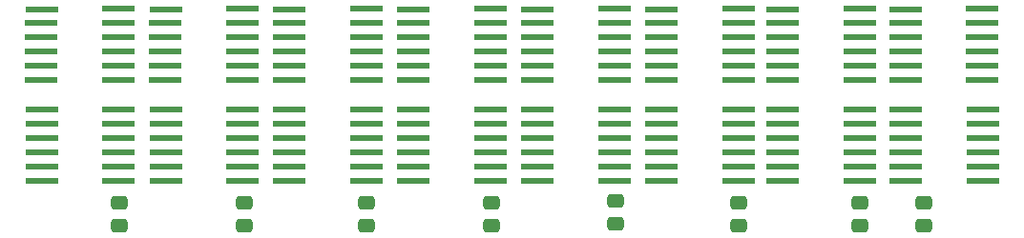
<source format=gbr>
%TF.GenerationSoftware,KiCad,Pcbnew,6.0.0+dfsg1-2*%
%TF.CreationDate,2022-02-11T22:47:22+03:00*%
%TF.ProjectId,simm3016_n,73696d6d-3330-4313-965f-6e2e6b696361,rev?*%
%TF.SameCoordinates,Original*%
%TF.FileFunction,Paste,Top*%
%TF.FilePolarity,Positive*%
%FSLAX46Y46*%
G04 Gerber Fmt 4.6, Leading zero omitted, Abs format (unit mm)*
G04 Created by KiCad (PCBNEW 6.0.0+dfsg1-2) date 2022-02-11 22:47:22*
%MOMM*%
%LPD*%
G01*
G04 APERTURE LIST*
G04 Aperture macros list*
%AMRoundRect*
0 Rectangle with rounded corners*
0 $1 Rounding radius*
0 $2 $3 $4 $5 $6 $7 $8 $9 X,Y pos of 4 corners*
0 Add a 4 corners polygon primitive as box body*
4,1,4,$2,$3,$4,$5,$6,$7,$8,$9,$2,$3,0*
0 Add four circle primitives for the rounded corners*
1,1,$1+$1,$2,$3*
1,1,$1+$1,$4,$5*
1,1,$1+$1,$6,$7*
1,1,$1+$1,$8,$9*
0 Add four rect primitives between the rounded corners*
20,1,$1+$1,$2,$3,$4,$5,0*
20,1,$1+$1,$4,$5,$6,$7,0*
20,1,$1+$1,$6,$7,$8,$9,0*
20,1,$1+$1,$8,$9,$2,$3,0*%
G04 Aperture macros list end*
%ADD10R,3.000000X0.600000*%
%ADD11RoundRect,0.250000X-0.475000X0.337500X-0.475000X-0.337500X0.475000X-0.337500X0.475000X0.337500X0*%
G04 APERTURE END LIST*
D10*
%TO.C,D8*%
X221830000Y-133120000D03*
X221830000Y-131850000D03*
X221830000Y-130580000D03*
X221830000Y-129310000D03*
X221830000Y-128040000D03*
X221830000Y-126770000D03*
X221800000Y-124200000D03*
X221800000Y-122930000D03*
X221800000Y-121660000D03*
X221800000Y-120390000D03*
X221800000Y-119120000D03*
X221800000Y-117850000D03*
X215000000Y-117900000D03*
X214970000Y-119120000D03*
X214970000Y-120390000D03*
X214970000Y-121660000D03*
X214970000Y-122930000D03*
X214970000Y-124200000D03*
X215000000Y-126800000D03*
X215000000Y-128070000D03*
X215000000Y-129340000D03*
X215000000Y-130610000D03*
X215000000Y-131880000D03*
X215000000Y-133150000D03*
%TD*%
%TO.C,D4*%
X178180000Y-133120000D03*
X178180000Y-131850000D03*
X178180000Y-130580000D03*
X178180000Y-129310000D03*
X178180000Y-128040000D03*
X178180000Y-126770000D03*
X178150000Y-124200000D03*
X178150000Y-122930000D03*
X178150000Y-121660000D03*
X178150000Y-120390000D03*
X178150000Y-119120000D03*
X178150000Y-117850000D03*
X171350000Y-117900000D03*
X171320000Y-119120000D03*
X171320000Y-120390000D03*
X171320000Y-121660000D03*
X171320000Y-122930000D03*
X171320000Y-124200000D03*
X171350000Y-126800000D03*
X171350000Y-128070000D03*
X171350000Y-129340000D03*
X171350000Y-130610000D03*
X171350000Y-131880000D03*
X171350000Y-133150000D03*
%TD*%
%TO.C,D5*%
X189180000Y-133120000D03*
X189180000Y-131850000D03*
X189180000Y-130580000D03*
X189180000Y-129310000D03*
X189180000Y-128040000D03*
X189180000Y-126770000D03*
X189150000Y-124200000D03*
X189150000Y-122930000D03*
X189150000Y-121660000D03*
X189150000Y-120390000D03*
X189150000Y-119120000D03*
X189150000Y-117850000D03*
X182350000Y-117900000D03*
X182320000Y-119120000D03*
X182320000Y-120390000D03*
X182320000Y-121660000D03*
X182320000Y-122930000D03*
X182320000Y-124200000D03*
X182350000Y-126800000D03*
X182350000Y-128070000D03*
X182350000Y-129340000D03*
X182350000Y-130610000D03*
X182350000Y-131880000D03*
X182350000Y-133150000D03*
%TD*%
%TO.C,D1*%
X145180000Y-133120000D03*
X145180000Y-131850000D03*
X145180000Y-130580000D03*
X145180000Y-129310000D03*
X145180000Y-128040000D03*
X145180000Y-126770000D03*
X145150000Y-124200000D03*
X145150000Y-122930000D03*
X145150000Y-121660000D03*
X145150000Y-120390000D03*
X145150000Y-119120000D03*
X145150000Y-117850000D03*
X138350000Y-117900000D03*
X138320000Y-119120000D03*
X138320000Y-120390000D03*
X138320000Y-121660000D03*
X138320000Y-122930000D03*
X138320000Y-124200000D03*
X138350000Y-126800000D03*
X138350000Y-128070000D03*
X138350000Y-129340000D03*
X138350000Y-130610000D03*
X138350000Y-131880000D03*
X138350000Y-133150000D03*
%TD*%
%TO.C,D6*%
X200180000Y-133120000D03*
X200180000Y-131850000D03*
X200180000Y-130580000D03*
X200180000Y-129310000D03*
X200180000Y-128040000D03*
X200180000Y-126770000D03*
X200150000Y-124200000D03*
X200150000Y-122930000D03*
X200150000Y-121660000D03*
X200150000Y-120390000D03*
X200150000Y-119120000D03*
X200150000Y-117850000D03*
X193350000Y-117900000D03*
X193320000Y-119120000D03*
X193320000Y-120390000D03*
X193320000Y-121660000D03*
X193320000Y-122930000D03*
X193320000Y-124200000D03*
X193350000Y-126800000D03*
X193350000Y-128070000D03*
X193350000Y-129340000D03*
X193350000Y-130610000D03*
X193350000Y-131880000D03*
X193350000Y-133150000D03*
%TD*%
%TO.C,D2*%
X156180000Y-133120000D03*
X156180000Y-131850000D03*
X156180000Y-130580000D03*
X156180000Y-129310000D03*
X156180000Y-128040000D03*
X156180000Y-126770000D03*
X156150000Y-124200000D03*
X156150000Y-122930000D03*
X156150000Y-121660000D03*
X156150000Y-120390000D03*
X156150000Y-119120000D03*
X156150000Y-117850000D03*
X149350000Y-117900000D03*
X149320000Y-119120000D03*
X149320000Y-120390000D03*
X149320000Y-121660000D03*
X149320000Y-122930000D03*
X149320000Y-124200000D03*
X149350000Y-126800000D03*
X149350000Y-128070000D03*
X149350000Y-129340000D03*
X149350000Y-130610000D03*
X149350000Y-131880000D03*
X149350000Y-133150000D03*
%TD*%
%TO.C,D3*%
X167180000Y-133120000D03*
X167180000Y-131850000D03*
X167180000Y-130580000D03*
X167180000Y-129310000D03*
X167180000Y-128040000D03*
X167180000Y-126770000D03*
X167150000Y-124200000D03*
X167150000Y-122930000D03*
X167150000Y-121660000D03*
X167150000Y-120390000D03*
X167150000Y-119120000D03*
X167150000Y-117850000D03*
X160350000Y-117900000D03*
X160320000Y-119120000D03*
X160320000Y-120390000D03*
X160320000Y-121660000D03*
X160320000Y-122930000D03*
X160320000Y-124200000D03*
X160350000Y-126800000D03*
X160350000Y-128070000D03*
X160350000Y-129340000D03*
X160350000Y-130610000D03*
X160350000Y-131880000D03*
X160350000Y-133150000D03*
%TD*%
%TO.C,D7*%
X210930000Y-133120000D03*
X210930000Y-131850000D03*
X210930000Y-130580000D03*
X210930000Y-129310000D03*
X210930000Y-128040000D03*
X210930000Y-126770000D03*
X210900000Y-124200000D03*
X210900000Y-122930000D03*
X210900000Y-121660000D03*
X210900000Y-120390000D03*
X210900000Y-119120000D03*
X210900000Y-117850000D03*
X204100000Y-117900000D03*
X204070000Y-119120000D03*
X204070000Y-120390000D03*
X204070000Y-121660000D03*
X204070000Y-122930000D03*
X204070000Y-124200000D03*
X204100000Y-126800000D03*
X204100000Y-128070000D03*
X204100000Y-129340000D03*
X204100000Y-130610000D03*
X204100000Y-131880000D03*
X204100000Y-133150000D03*
%TD*%
D11*
%TO.C,C6*%
X200200000Y-135062500D03*
X200200000Y-137137500D03*
%TD*%
%TO.C,C2*%
X156300000Y-135062500D03*
X156300000Y-137137500D03*
%TD*%
%TO.C,C1*%
X145200000Y-135062500D03*
X145200000Y-137137500D03*
%TD*%
%TO.C,C7*%
X210900000Y-135062500D03*
X210900000Y-137137500D03*
%TD*%
%TO.C,C3*%
X167200000Y-135062500D03*
X167200000Y-137137500D03*
%TD*%
%TO.C,C5*%
X189300000Y-134925000D03*
X189300000Y-137000000D03*
%TD*%
%TO.C,C8*%
X216600000Y-135062500D03*
X216600000Y-137137500D03*
%TD*%
%TO.C,C4*%
X178300000Y-135062500D03*
X178300000Y-137137500D03*
%TD*%
M02*

</source>
